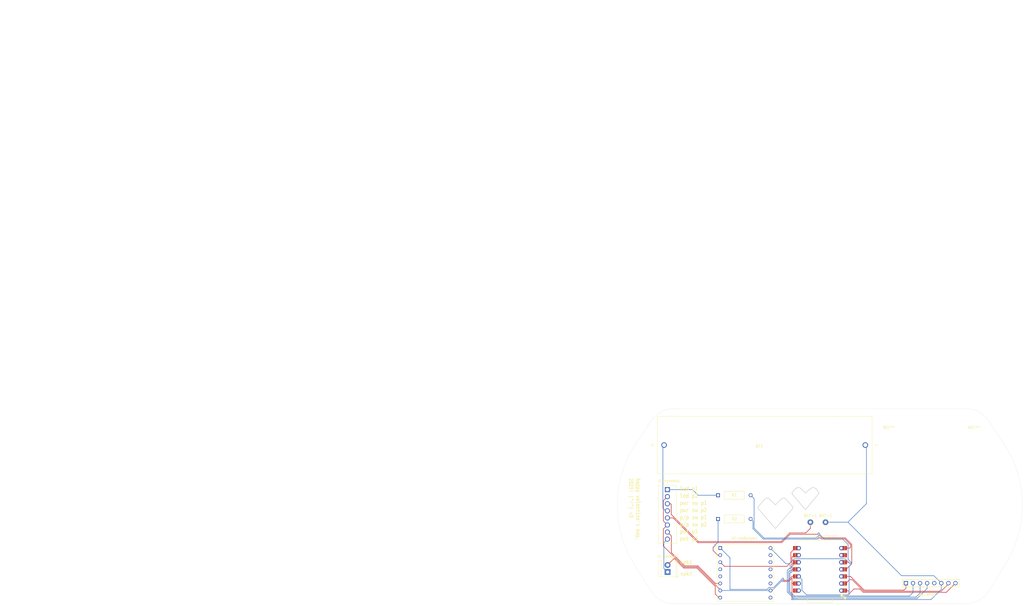
<source format=kicad_pcb>
(kicad_pcb (version 20240108) (generator "pcbnew") (generator_version "8.0")
  (layers (0 "F.Cu" signal) (31 "B.Cu" signal) (34 "B.Paste" user) (35 "F.Paste" user) (36 "B.SilkS" user "B.Silkscreen") (37 "F.SilkS" user "F.Silkscreen") (38 "B.Mask" user) (39 "F.Mask" user) (44 "Edge.Cuts" user))
  (net 0 "")
  (net 1 "GND")
  (net 2 "/POTP1")
  (net 3 "Net-(J1-speaker1-Pin_2)")
  (net 4 "/POTP2")
  (net 6 "Net-(U1-microcontroller1-GPIO21_D3)")
  (net 7 "Net-(U2-mp3player1-RX)")
  (net 8 "/TX_to_RX")
  (net 9 "/RX_to_TX")
  (net 10 "/GPIO")
  (net 11 "/MOSI")
  (net 12 "/RST")
  (net 13 "/SCK")
  (net 14 "/MISO")
  (net 15 "/SS")
  (net 25 "/SW1P2")
  (net 26 "/SW1P1")
  (net 27 "/SW2P1")
  (net 30 "/LED1")
  (net 31 "+3.3V")
  (footprint "DFR0299:MODULE_DFR0299" (layer "F.Cu") (at 130.483 128.89)
    (property "Reference" "U2-mp3player1" (at -0.3002 -12.471 0) (layer "F.SilkS") (effects (font (size 0.8001 0.8001))))
    (property "Value" "DFR0299")
    (fp_line (start -10.16 -10.16) (end 10.16 -10.16) (stroke (width 0.127)) (layer "F.SilkS"))
    (fp_line (start -10.16 10.16) (end -10.16 -10.16) (stroke (width 0.127)) (layer "F.SilkS"))
    (fp_line (start 10.16 -10.16) (end 10.16 10.16) (stroke (width 0.127)) (layer "F.SilkS"))
    (fp_line (start 10.16 10.16) (end -10.16 10.16) (stroke (width 0.127)) (layer "F.SilkS"))
    (fp_circle (center -10.8 -8.89) (end -10.7 -8.89) (stroke (width 0.2)) (fill none) (layer "F.SilkS"))
    (pad "1" thru_hole rect (at -9.017 -8.89) (size 1.308 1.308) (drill 0.8) (layers "*.Cu" "*.Mask") (net 31 "+3.3V"))
    (pad "2" thru_hole circle (at -9.017 -6.35) (size 1.308 1.308) (drill 0.8) (layers "*.Cu" "*.Mask") (net 7 "Net-(U2-mp3player1-RX)"))
    (pad "3" thru_hole circle (at -9.017 -3.81) (size 1.308 1.308) (drill 0.8) (layers "*.Cu" "*.Mask") (net 9 "/RX_to_TX"))
    (pad "4" thru_hole circle (at -9.017 -1.27) (size 1.308 1.308) (drill 0.8) (layers "*.Cu" "*.Mask"))
    (pad "5" thru_hole circle (at -9.017 1.27) (size 1.308 1.308) (drill 0.8) (layers "*.Cu" "*.Mask"))
    (pad "6" thru_hole circle (at -9.017 3.81) (size 1.308 1.308) (drill 0.8) (layers "*.Cu" "*.Mask") (net 4 "/POTP2"))
    (pad "7" thru_hole circle (at -9.017 6.35) (size 1.308 1.308) (drill 0.8) (layers "*.Cu" "*.Mask") (net 1 "GND"))
    (pad "8" thru_hole circle (at -9.017 8.89) (size 1.308 1.308) (drill 0.8) (layers "*.Cu" "*.Mask") (net 3 "Net-(J1-speaker1-Pin_2)"))
    (pad "9" thru_hole circle (at 9.017 8.89) (size 1.308 1.308) (drill 0.8) (layers "*.Cu" "*.Mask"))
    (pad "10" thru_hole circle (at 9.017 6.35) (size 1.308 1.308) (drill 0.8) (layers "*.Cu" "*.Mask") (net 1 "GND"))
    (pad "11" thru_hole circle (at 9.017 3.81) (size 1.308 1.308) (drill 0.8) (layers "*.Cu" "*.Mask"))
    (pad "12" thru_hole circle (at 9.017 1.27) (size 1.308 1.308) (drill 0.8) (layers "*.Cu" "*.Mask"))
    (pad "13" thru_hole circle (at 9.017 -1.27) (size 1.308 1.308) (drill 0.8) (layers "*.Cu" "*.Mask"))
    (pad "14" thru_hole circle (at 9.017 -3.81) (size 1.308 1.308) (drill 0.8) (layers "*.Cu" "*.Mask"))
    (pad "15" thru_hole circle (at 9.017 -6.35) (size 1.308 1.308) (drill 0.8) (layers "*.Cu" "*.Mask"))
    (pad "16" thru_hole circle (at 9.017 -8.89) (size 1.308 1.308) (drill 0.8) (layers "*.Cu" "*.Mask") (net 10 "/GPIO"))
  )
  (footprint "TestPoint:TestPoint_THTPad_D2.0mm_Drill1.0mm" (layer "F.Cu") (at 153.8048 110.7294)
    (property "Reference" "BAT+1" (at 0.0254 -2.3622 0) (layer "F.SilkS"))
    (property "Value" "TestPoint")
    (fp_circle (center 0 0) (end 0 1.2) (stroke (width 0.12)) (fill none) (layer "F.SilkS"))
    (pad "1" thru_hole circle (at 0 0) (size 2 2) (drill 1) (layers "*.Cu" "*.Mask") (net 26 "/SW1P1"))
  )
  (footprint "282834-8:TE_282834-8" (layer "F.Cu") (at 102.4968 107.91 -90)
    (property "Reference" "J2-controls1" (at -12 -0.5 0) (layer "F.SilkS") (effects (font (size 0.8001 0.8001))))
    (property "Value" "Screw_Terminal_01x08")
    (fp_line (start -10.39 3.25) (end -10.39 -3.25) (stroke (width 0.127)) (layer "F.SilkS"))
    (fp_line (start 10.39 3.25) (end -10.39 3.25) (stroke (width 0.127)) (layer "F.SilkS"))
    (fp_line (start -10.39 -3.25) (end 10.39 -3.25) (stroke (width 0.127)) (layer "F.SilkS"))
    (fp_line (start 10.39 -3.25) (end 10.39 3.25) (stroke (width 0.127)) (layer "F.SilkS"))
    (fp_circle (center -11.14 0) (end -11.04 0) (stroke (width 0.2)) (fill none) (layer "F.SilkS"))
    (pad "1" thru_hole rect (at -8.89 0 270) (size 1.8 1.8) (drill 1.2) (layers "*.Cu" "*.Mask") (net 30 "/LED1"))
    (pad "2" thru_hole circle (at -6.35 0 270) (size 1.8 1.8) (drill 1.2) (layers "*.Cu" "*.Mask") (net 1 "GND"))
    (pad "3" thru_hole circle (at -3.81 0 270) (size 1.8 1.8) (drill 1.2) (layers "*.Cu" "*.Mask") (net 26 "/SW1P1"))
    (pad "4" thru_hole circle (at -1.27 0 270) (size 1.8 1.8) (drill 1.2) (layers "*.Cu" "*.Mask") (net 25 "/SW1P2"))
    (pad "5" thru_hole circle (at 1.27 0 270) (size 1.8 1.8) (drill 1.2) (layers "*.Cu" "*.Mask") (net 27 "/SW2P1"))
    (pad "6" thru_hole circle (at 3.81 0 270) (size 1.8 1.8) (drill 1.2) (layers "*.Cu" "*.Mask") (net 1 "GND"))
    (pad "7" thru_hole circle (at 6.35 0 270) (size 1.8 1.8) (drill 1.2) (layers "*.Cu" "*.Mask") (net 4 "/POTP2"))
    (pad "8" thru_hole circle (at 8.89 0 270) (size 1.8 1.8) (drill 1.2) (layers "*.Cu" "*.Mask") (net 2 "/POTP1"))
  )
  (footprint "TerminalBlock_TE-Connectivity:TerminalBlock_TE_282834-2_1x02_P2.54mm_Horizontal" (layer "F.Cu") (at 102.573 128.611 90)
    (property "Reference" "J1-speaker1" (at 5.6642 0.127 180) (layer "F.SilkS") (effects (font (size 0.8001 0.8001))))
    (property "Value" "Screw_Terminal_01x02")
    (fp_line (start 4.16 -3.37) (end 4.16 3.37) (stroke (width 0.12)) (layer "F.SilkS"))
    (fp_line (start -1.62 -3.37) (end 4.16 -3.37) (stroke (width 0.12)) (layer "F.SilkS"))
    (fp_line (start -1.62 -3.37) (end -1.62 3.37) (stroke (width 0.12)) (layer "F.SilkS"))
    (fp_line (start -1.62 -2.25) (end 4.16 -2.25) (stroke (width 0.12)) (layer "F.SilkS"))
    (fp_line (start -1.62 2.85) (end 4.16 2.85) (stroke (width 0.12)) (layer "F.SilkS"))
    (fp_line (start -1.86 2.97) (end -1.86 3.61) (stroke (width 0.12)) (layer "F.SilkS"))
    (fp_line (start -1.62 3.37) (end 4.16 3.37) (stroke (width 0.12)) (layer "F.SilkS"))
    (fp_line (start -1.86 3.61) (end -1.46 3.61) (stroke (width 0.12)) (layer "F.SilkS"))
    (pad "1" thru_hole rect (at 0 0 90) (size 2.1 2.1) (drill 1.1) (layers "*.Cu" "*.Mask") (net 2 "/POTP1"))
    (pad "2" thru_hole circle (at 2.54 0 90) (size 2.1 2.1) (drill 1.1) (layers "*.Cu" "*.Mask") (net 3 "Net-(J1-speaker1-Pin_2)"))
  )
  (footprint "MountingHole:MountingHole_2.2mm_M2" (layer "F.Cu") (at 182 80)
    (property "Reference" "REF**" (at 0 -3.2 0) (layer "F.SilkS"))
    (property "Value" "MountingHole_2.2mm_M2")
    (pad "" np_thru_hole circle (at 0 0) (size 2.2 2.2) (drill 2.2) (layers "*.Cu" "*.Mask"))
  )
  (footprint "footprints:YAG_MF25_YAG" (layer "F.Cu") (at 120.6832 109.552)
    (property "Reference" "R2" (at 5.842 0 0) (layer "F.SilkS"))
    (property "Value" "1K")
    (fp_line (start 2.3114 -1.4351) (end 2.3114 1.4351) (stroke (width 0.1524)) (layer "F.SilkS"))
    (fp_line (start 2.3114 1.4351) (end 9.3726 1.4351) (stroke (width 0.1524)) (layer "F.SilkS"))
    (fp_line (start 9.3726 -1.4351) (end 2.3114 -1.4351) (stroke (width 0.1524)) (layer "F.SilkS"))
    (fp_line (start 9.3726 1.4351) (end 9.3726 -1.4351) (stroke (width 0.1524)) (layer "F.SilkS"))
    (pad "1" thru_hole rect (at 0 0) (size 1.3716 1.3716) (drill 0.8636) (layers "*.Cu" "*.Mask") (net 7 "Net-(U2-mp3player1-RX)"))
    (pad "2" thru_hole circle (at 11.684 0) (size 1.3716 1.3716) (drill 0.8636) (layers "*.Cu" "*.Mask") (net 8 "/TX_to_RX"))
  )
  (footprint "MountingHole:MountingHole_2.2mm_M2" (layer "F.Cu") (at 212.5 80)
    (property "Reference" "REF**" (at 0 -3.2 0) (layer "F.SilkS"))
    (property "Value" "MountingHole_2.2mm_M2")
    (pad "" np_thru_hole circle (at 0 0) (size 2.2 2.2) (drill 2.2) (layers "*.Cu" "*.Mask"))
  )
  (footprint "ESP32C6-DIP:XIAO-ESP32C6-DIP" (layer "F.Cu") (at 157.2184 127.6415 180)
    (property "Reference" "U1-microcontroller1" (at -0.1424 11.9591 0) (layer "F.SilkS") (effects (font (size 0.8001 0.8001) (thickness 0.1016))))
    (property "Value" "XIAO-ESP32-S6-SMD")
    (fp_line (start 8.845 8.509) (end 8.845 -8.636) (stroke (width 0.127)) (layer "F.SilkS"))
    (fp_line (start 6.94 -10.541) (end -7.03 -10.541) (stroke (width 0.1)) (layer "F.SilkS"))
    (fp_line (start 6.94 -10.541) (end -7.03 -10.541) (stroke (width 0.127)) (layer "F.SilkS"))
    (fp_line (start 4.459 -11.551) (end 4.459 -10.541) (stroke (width 0.127)) (layer "F.SilkS"))
    (fp_line (start -4.036272 -12.051) (end 3.959 -12.051) (stroke (width 0.127)) (layer "F.SilkS"))
    (fp_line (start -4.54 -10.541) (end -4.536272 -11.551272) (stroke (width 0.127)) (layer "F.SilkS"))
    (fp_line (start -7.03 10.414) (end 6.94 10.414) (stroke (width 0.127)) (layer "F.SilkS"))
    (fp_line (start -8.935 8.509) (end -8.935 -8.636) (stroke (width 0.127)) (layer "F.SilkS"))
    (fp_arc (start 8.845 8.509) (mid 8.287038 9.856038) (end 6.94 10.414) (stroke (width 0.127)) (layer "F.SilkS"))
    (fp_arc (start 6.94 -10.541) (mid 8.287038 -9.983038) (end 8.845 -8.636) (stroke (width 0.127)) (layer "F.SilkS"))
    (fp_arc (start 3.959 -12.051) (mid 4.312553 -11.904553) (end 4.459 -11.551) (stroke (width 0.127)) (layer "F.SilkS"))
    (fp_arc (start -4.536272 -11.551272) (mid -4.389724 -11.904644) (end -4.036272 -12.051) (stroke (width 0.127)) (layer "F.SilkS"))
    (fp_arc (start -7.03 10.414) (mid -8.377038 9.856038) (end -8.935 8.509) (stroke (width 0.127)) (layer "F.SilkS"))
    (fp_arc (start -8.935 -8.636) (mid -8.377038 -9.983038) (end -7.03 -10.541) (stroke (width 0.127)) (layer "F.SilkS"))
    (fp_circle (center -7.852 -9.42) (end -7.852 -9.674) (stroke (width 0.5)) (fill solid) (layer "F.SilkS"))
    (fp_circle (center -8.995 -10.3) (end -8.995 -10.554) (stroke (width 0.5)) (fill solid) (layer "F.SilkS"))
    (pad "1" smd roundrect (at -8.5 -7.62) (size 2.432 1.524) (layers "F.Cu" "F.Mask") (roundrect_rratio 0.1) (net 27 "/SW2P1"))
    (pad "1" thru_hole circle (at -7.665 -7.62) (size 1.524 1.524) (drill 0.889) (layers "*.Cu" "*.Mask") (net 27 "/SW2P1"))
    (pad "2" smd roundrect (at -8.5 -5.08) (size 2.432 1.524) (layers "F.Cu" "F.Mask") (roundrect_rratio 0.1) (net 12 "/RST"))
    (pad "2" thru_hole circle (at -7.665 -5.08) (size 1.524 1.524) (drill 0.889) (layers "*.Cu" "*.Mask") (net 12 "/RST"))
    (pad "3" smd roundrect (at -8.5 -2.54) (size 2.432 1.524) (layers "F.Cu" "F.Mask") (roundrect_rratio 0.1) (net 15 "/SS"))
    (pad "3" thru_hole circle (at -7.665 -2.54) (size 1.524 1.524) (drill 0.889) (layers "*.Cu" "*.Mask") (net 15 "/SS"))
    (pad "4" smd roundrect (at -8.5 0) (size 2.432 1.524) (layers "F.Cu" "F.Mask") (roundrect_rratio 0.1) (net 6 "Net-(U1-microcontroller1-GPIO21_D3)"))
    (pad "4" thru_hole circle (at -7.665 0) (size 1.524 1.524) (drill 0.889) (layers "*.Cu" "*.Mask") (net 6 "Net-(U1-microcontroller1-GPIO21_D3)"))
    (pad "5" smd roundrect (at -8.5 2.54) (size 2.432 1.524) (layers "F.Cu" "F.Mask") (roundrect_rratio 0.1) (net 10 "/GPIO"))
    (pad "5" thru_hole circle (at -7.665 2.54) (size 1.524 1.524) (drill 0.889) (layers "*.Cu" "*.Mask") (net 10 "/GPIO"))
    (pad "6" smd roundrect (at -8.5 5.08) (size 2.432 1.524) (layers "F.Cu" "F.Mask") (roundrect_rratio 0.1))
    (pad "6" thru_hole circle (at -7.665 5.08) (size 1.524 1.524) (drill 0.889) (layers "*.Cu" "*.Mask"))
    (pad "7" smd roundrect (at -8.5 7.62) (size 2.432 1.524) (layers "F.Cu" "F.Mask") (roundrect_rratio 0.1) (net 8 "/TX_to_RX"))
    (pad "7" thru_hole circle (at -7.665 7.62) (size 1.524 1.524) (drill 0.889) (layers "*.Cu" "*.Mask") (net 8 "/TX_to_RX"))
    (pad "8" thru_hole circle (at 7.575 7.62 180) (size 1.524 1.524) (drill 0.889) (layers "*.Cu" "*.Mask") (net 9 "/RX_to_TX"))
    (pad "8" smd roundrect (at 8.41 7.62 180) (size 2.432 1.524) (layers "F.Cu" "F.Mask") (roundrect_rratio 0.1) (net 9 "/RX_to_TX"))
    (pad "9" thru_hole circle (at 7.575 5.08 180) (size 1.524 1.524) (drill 0.889) (layers "*.Cu" "*.Mask") (net 13 "/SCK"))
    (pad "9" smd roundrect (at 8.41 5.08 180) (size 2.432 1.524) (layers "F.Cu" "F.Mask") (roundrect_rratio 0.1) (net 13 "/SCK"))
    (pad "10" thru_hole circle (at 7.575 2.54 180) (size 1.524 1.524) (drill 0.889) (layers "*.Cu" "*.Mask") (net 14 "/MISO"))
    (pad "10" smd roundrect (at 8.41 2.54 180) (size 2.432 1.524) (layers "F.Cu" "F.Mask") (roundrect_rratio 0.1) (net 14 "/MISO"))
    (pad "11" thru_hole circle (at 7.575 0 180) (size 1.524 1.524) (drill 0.889) (layers "*.Cu" "*.Mask") (net 11 "/MOSI"))
    (pad "11" smd roundrect (at 8.41 0 180) (size 2.432 1.524) (layers "F.Cu" "F.Mask") (roundrect_rratio 0.1) (net 11 "/MOSI"))
    (pad "12" thru_hole circle (at 7.575 -2.54 180) (size 1.524 1.524) (drill 0.889) (layers "*.Cu" "*.Mask") (net 31 "+3.3V"))
    (pad "12" smd roundrect (at 8.41 -2.54 180) (size 2.432 1.524) (layers "F.Cu" "F.Mask") (roundrect_rratio 0.1) (net 31 "+3.3V"))
    (pad "13" thru_hole circle (at 7.575 -5.08 180) (size 1.524 1.524) (drill 0.889) (layers "*.Cu" "*.Mask") (net 1 "GND"))
    (pad "13" smd roundrect (at 8.41 -5.08 180) (size 2.432 1.524) (layers "F.Cu" "F.Mask") (roundrect_rratio 0.1) (net 1 "GND"))
    (pad "14" thru_hole circle (at 7.575 -7.62 180) (size 1.524 1.524) (drill 0.889) (layers "*.Cu" "*.Mask"))
    (pad "14" smd roundrect (at 8.41 -7.62 180) (size 2.432 1.524) (layers "F.Cu" "F.Mask") (roundrect_rratio 0.1))
  )
  (footprint "MountingHole:MountingHole_3.2mm_M3" (layer "F.Cu") (at 221 89.5)
    (property "Reference" "REF**" (hide yes))
    (property "Value" "MountingHole_3.2mm_M3")
    (pad "" np_thru_hole circle (at 0 0) (size 3.2 3.2) (drill 3.2) (layers "*.Cu" "*.Mask"))
  )
  (footprint "MountingHole:MountingHole_3.2mm_M3" (layer "F.Cu") (at 93.5 89.5)
    (property "Reference" "REF**" (hide yes))
    (property "Value" "MountingHole_3.2mm_M3")
    (pad "" np_thru_hole circle (at 0 0) (size 3.2 3.2) (drill 3.2) (layers "*.Cu" "*.Mask"))
  )
  (footprint "footprints:YAG_MF25_YAG" (layer "F.Cu") (at 120.6832 101.052)
    (property "Reference" "R1" (at 5.842 0 0) (layer "F.SilkS"))
    (property "Value" "470")
    (fp_line (start 2.3114 -1.4351) (end 2.3114 1.4351) (stroke (width 0.1524)) (layer "F.SilkS"))
    (fp_line (start 2.3114 1.4351) (end 9.3726 1.4351) (stroke (width 0.1524)) (layer "F.SilkS"))
    (fp_line (start 9.3726 -1.4351) (end 2.3114 -1.4351) (stroke (width 0.1524)) (layer "F.SilkS"))
    (fp_line (start 9.3726 1.4351) (end 9.3726 -1.4351) (stroke (width 0.1524)) (layer "F.SilkS"))
    (pad "1" thru_hole rect (at 0 0) (size 1.3716 1.3716) (drill 0.8636) (layers "*.Cu" "*.Mask") (net 30 "/LED1"))
    (pad "2" thru_hole circle (at 11.684 0) (size 1.3716 1.3716) (drill 0.8636) (layers "*.Cu" "*.Mask") (net 6 "Net-(U1-microcontroller1-GPIO21_D3)"))
  )
  (footprint "MountingHole:MountingHole_3.2mm_M3" (layer "F.Cu") (at 221 122)
    (property "Reference" "REF**" (hide yes))
    (property "Value" "MountingHole_3.2mm_M3")
    (pad "" np_thru_hole circle (at 0 0) (size 3.2 3.2) (drill 3.2) (layers "*.Cu" "*.Mask"))
  )
  (footprint "MountingHole:MountingHole_3.2mm_M3" (layer "F.Cu") (at 93.5 122)
    (property "Reference" "REF**" (hide yes))
    (property "Value" "MountingHole_3.2mm_M3")
    (pad "" np_thru_hole circle (at 0 0) (size 3.2 3.2) (drill 3.2) (layers "*.Cu" "*.Mask"))
  )
  (footprint "RFID-RC522:RFID-RC522" (layer "F.Cu") (at 196.9848 132.5988)
    (property "Reference" "M1-RFID1" (at -1.1176 4.2418 0) (layer "F.SilkS") (effects (font (size 0.8001 0.8001))))
    (property "Value" "RFID-RC522")
    (property "VALUE" "" (hide yes))
    (fp_line (start -10.1854 -1.2954) (end 10.1854 -1.2954) (stroke (width 0.2032)) (layer "F.SilkS"))
    (fp_line (start -10.1854 1.2954) (end -10.1854 -1.2954) (stroke (width 0.2032)) (layer "F.SilkS"))
    (fp_line (start 10.1854 -1.2954) (end 10.1854 1.2954) (stroke (width 0.2032)) (layer "F.SilkS"))
    (fp_line (start 10.1854 1.2954) (end -10.1854 1.2954) (stroke (width 0.2032)) (layer "F.SilkS"))
    (pad "1" thru_hole rect (at -8.89 0) (size 1.508 1.508) (drill 1) (layers "*.Cu" "*.Mask") (net 15 "/SS"))
    (pad "2" thru_hole circle (at -6.35 0) (size 1.508 1.508) (drill 1) (layers "*.Cu" "*.Mask") (net 13 "/SCK"))
    (pad "3" thru_hole circle (at -3.81 0) (size 1.508 1.508) (drill 1) (layers "*.Cu" "*.Mask") (net 11 "/MOSI"))
    (pad "4" thru_hole circle (at -1.27 0) (size 1.508 1.508) (drill 1) (layers "*.Cu" "*.Mask") (net 14 "/MISO"))
    (pad "5" thru_hole circle (at 1.27 0) (size 1.508 1.508) (drill 1) (layers "*.Cu" "*.Mask"))
    (pad "6" thru_hole circle (at 3.81 0) (size 1.508 1.508) (drill 1) (layers "*.Cu" "*.Mask") (net 1 "GND"))
    (pad "7" thru_hole circle (at 6.35 0) (size 1.508 1.508) (drill 1) (layers "*.Cu" "*.Mask") (net 12 "/RST"))
    (pad "8" thru_hole circle (at 8.89 0) (size 1.508 1.508) (drill 1) (layers "*.Cu" "*.Mask") (net 31 "+3.3V"))
  )
  (footprint "BAT_1043:BAT_1043" (layer "F.Cu") (at 137.413 83.0434 180)
    (property "Reference" "BT1" (at 1.913 -0.4566 0) (layer "F.SilkS"))
    (property "Value" "1043")
    (fp_line (start 40.25 0.75) (end 40.25 -0.75) (stroke (width 0.127)) (layer "F.SilkS"))
    (fp_line (start 39.5 0) (end 41 0) (stroke (width 0.127)) (layer "F.SilkS"))
    (fp_line (start 38.525 10.325) (end 38.525 -10.325) (stroke (width 0.127)) (layer "F.SilkS"))
    (fp_line (start 38.525 -10.325) (end -38.525 -10.325) (stroke (width 0.127)) (layer "F.SilkS"))
    (fp_line (start -38.525 10.325) (end 38.525 10.325) (stroke (width 0.127)) (layer "F.SilkS"))
    (fp_line (start -38.525 -10.325) (end -38.525 10.325) (stroke (width 0.127)) (layer "F.SilkS"))
    (fp_line (start -39.5 0) (end -41 0) (stroke (width 0.127)) (layer "F.SilkS"))
    (pad "" np_thru_hole circle (at -27.29 7.87 180) (size 3.55 3.55) (drill 3.55) (layers "*.Cu" "*.Mask"))
    (pad "" np_thru_hole circle (at 27.91 -7.87 180) (size 3.55 3.55) (drill 3.55) (layers "*.Cu" "*.Mask"))
    (pad "" np_thru_hole circle (at 36.11 7.87 180) (size 2.39 2.39) (drill 2.39) (layers "*.Cu" "*.Mask"))
    (pad "N" thru_hole circle (at -36.11 0 180) (size 1.98 1.98) (drill 1.32) (layers "*.Cu" "*.Mask") (net 1 "GND"))
    (pad "P" thru_hole circle (at 36.11 0 180) (size 1.98 1.98) (drill 1.32) (layers "*.Cu" "*.Mask") (net 25 "/SW1P2"))
  )
  (footprint "TestPoint:TestPoint_THTPad_D2.0mm_Drill1.0mm" (layer "F.Cu") (at 159.2404 110.7294)
    (property "Reference" "BAT-1" (at 0.0254 -2.3622 0) (layer "F.SilkS"))
    (property "Value" "TestPoint")
    (fp_circle (center 0 0) (end 0 1.2) (stroke (width 0.12)) (fill none) (layer "F.SilkS"))
    (pad "1" thru_hole circle (at 0 0) (size 2 2) (drill 1) (layers "*.Cu" "*.Mask") (net 1 "GND"))
  )
  (gr_arc (start 137.356089 102.521612) (mid 138.269599 102.088616) (end 139.209888 102.459888) (stroke (width 0.2)) (layer "Edge.Cuts"))
  (gr_arc (start 217.932316 135.265033) (mid 214.296263 138.736422) (end 209.430585 139.999987) (stroke (width 0.05)) (layer "Edge.Cuts"))
  (gr_line (start 139.209888 102.459888) (end 141.25 104.5) (stroke (width 0.2)) (layer "Edge.Cuts"))
  (gr_line (start 217.963119 74.503231) (end 223.245789 82.531627) (stroke (width 0.05)) (layer "Edge.Cuts"))
  (gr_arc (start 135.112159 105.917876) (mid 134.957021 105.500492) (end 135.114136 105.083845) (stroke (width 0.2)) (layer "Edge.Cuts"))
  (gr_arc (start 223.245789 82.531627) (mid 229.875567 104.071228) (end 223.80871 125.776104) (stroke (width 0.05)) (layer "Edge.Cuts"))
  (gr_line (start 147.410045 99.839955) (end 148.601975 98.648025) (stroke (width 0.2)) (layer "Edge.Cuts"))
  (gr_arc (start 90.589583 125.801504) (mid 84.522725 104.096628) (end 91.152504 82.557027) (stroke (width 0.05)) (layer "Edge.Cuts"))
  (gr_arc (start 147.371238 100.695485) (mid 147.224711 100.260193) (end 147.410045 99.839955) (stroke (width 0.2)) (layer "Edge.Cuts"))
  (gr_arc (start 209.609345 70) (mid 214.35445 71.197526) (end 217.963119 74.503231) (stroke (width 0.05)) (layer "Edge.Cuts"))
  (gr_arc (start 143.290113 102.459887) (mid 144.230401 102.088617) (end 145.143911 102.521612) (stroke (width 0.2)) (layer "Edge.Cuts"))
  (gr_arc (start 156.676097 99.845122) (mid 156.815213 100.248152) (end 156.668067 100.64832) (stroke (width 0.2)) (layer "Edge.Cuts"))
  (gr_line (start 96.489308 74.484939) (end 91.152504 82.557027) (stroke (width 0.05)) (layer "Edge.Cuts"))
  (gr_arc (start 105 140) (mid 100.150285 138.745304) (end 96.517556 135.296061) (stroke (width 0.05)) (layer "Edge.Cuts"))
  (gr_line (start 152 106.25) (end 147.371238 100.695485) (stroke (width 0.2)) (layer "Edge.Cuts"))
  (gr_line (start 145.143911 102.521612) (end 147.385864 105.083845) (stroke (width 0.2)) (layer "Edge.Cuts"))
  (gr_line (start 209.430585 140) (end 105 140) (stroke (width 0.05)) (layer "Edge.Cuts"))
  (gr_line (start 141.25 104.5) (end 143.290113 102.459887) (stroke (width 0.2)) (layer "Edge.Cuts"))
  (gr_line (start 150.398026 98.648026) (end 152 100.25) (stroke (width 0.2)) (layer "Edge.Cuts"))
  (gr_arc (start 96.4881 74.484141) (mid 100.16945 71.151351) (end 105 70) (stroke (width 0.05)) (layer "Edge.Cuts"))
  (gr_line (start 90.589583 125.801504) (end 96.517561 135.296058) (stroke (width 0.05)) (layer "Edge.Cuts"))
  (gr_line (start 147.387841 105.917876) (end 141.25 113) (stroke (width 0.2)) (layer "Edge.Cuts"))
  (gr_line (start 152 100.25) (end 154.004651 98.579457) (stroke (width 0.2)) (layer "Edge.Cuts"))
  (gr_line (start 105 70) (end 209.609345 70) (stroke (width 0.05)) (layer "Edge.Cuts"))
  (gr_line (start 155.809388 98.761735) (end 156.676097 99.845122) (stroke (width 0.2)) (layer "Edge.Cuts"))
  (gr_line (start 156.668067 100.64832) (end 152 106.25) (stroke (width 0.2)) (layer "Edge.Cuts"))
  (gr_arc (start 148.601975 98.648025) (mid 149.500001 98.276066) (end 150.398026 98.648026) (stroke (width 0.2)) (layer "Edge.Cuts"))
  (gr_line (start 223.80871 125.776104) (end 217.932316 135.265033) (stroke (width 0.05)) (layer "Edge.Cuts"))
  (gr_line (start 141.25 113) (end 135.112159 105.917876) (stroke (width 0.2)) (layer "Edge.Cuts"))
  (gr_arc (start 154.004651 98.579457) (mid 154.945311 98.291516) (end 155.809388 98.761735) (stroke (width 0.2)) (layer "Edge.Cuts"))
  (gr_arc (start 147.385864 105.083845) (mid 147.542976 105.50049) (end 147.387841 105.917876) (stroke (width 0.2)) (layer "Edge.Cuts"))
  (gr_line (start 135.114136 105.083845) (end 137.356089 102.521612) (stroke (width 0.2)) (layer "Edge.Cuts"))
  (gr_text "happy valentine's day,\n2025! (^▽^) <3" (at 88.5 95 270) (layer "F.SilkS") (effects (font (size 1.5 1.2) (thickness 0.275) (bold yes)) (justify left bottom)))
  (gr_text "spk1 \n\nspk2" (at 107.1196 124.3184 0) (layer "F.SilkS") (effects (font (size 1.27 1.27) (thickness 0.03175) (bold yes)) (justify left top)))
  (gr_text "led p1\nled p2\npwr sw p1\npwr sw p2\np/p sw p1\np/p sw p2\npot p1\npot p3" (at 106.9968 97.91 0) (layer "F.SilkS") (effects (font (size 1.524 1.27) (thickness 0.3) (bold yes)) (justify left top)))
  (segment (start 147.2516 132.6961) (end 147.2262 132.7215) (width 0.2) (layer "F.Cu") (net 1))
  (segment (start 147.214149 132.760249) (end 147.252898 132.7215) (width 0.2) (layer "F.Cu") (net 1))
  (segment (start 113.2664 126.7822) (end 121.466 134.9818) (width 0.2) (layer "F.Cu") (net 1))
  (segment (start 102.4968 111.72) (end 101.0236 113.1932) (width 0.2) (layer "F.Cu") (net 1))
  (segment (start 101.0744 110.2976) (end 102.4968 111.72) (width 0.2) (layer "F.Cu") (net 1))
  (segment (start 101.0236 113.1932) (end 101.0236 119.270686) (width 0.2) (layer "F.Cu") (net 1))
  (segment (start 147.2008 130.7954) (end 145.979141 132.017059) (width 0.2) (layer "F.Cu") (net 1))
  (segment (start 144.184399 131.793356) (end 143.901555 131.793356) (width 0.2) (layer "F.Cu") (net 1))
  (segment (start 147.2008 132.6961) (end 147.2008 130.7954) (width 0.2) (layer "F.Cu") (net 1))
  (segment (start 105.177086 123.4104) (end 108.548886 126.7822) (width 0.2) (layer "F.Cu") (net 1))
  (segment (start 121.466 134.9818) (end 121.466 135.24) (width 0.2) (layer "F.Cu") (net 1))
  (segment (start 101.0744 102.9824) (end 101.0744 110.2976) (width 0.2) (layer "F.Cu") (net 1))
  (segment (start 108.548886 126.7822) (end 113.2664 126.7822) (width 0.2) (layer "F.Cu") (net 1))
  (segment (start 149.325 132.69) (end 149.335 132.7) (width 0.2) (layer "F.Cu") (net 1))
  (segment (start 145.979141 132.017059) (end 144.408102 132.017059) (width 0.2) (layer "F.Cu") (net 1))
  (segment (start 147.252898 132.7215) (end 148.8084 132.7215) (width 0.2) (layer "F.Cu") (net 1))
  (segment (start 102.4968 101.56) (end 101.0744 102.9824) (width 0.2) (layer "F.Cu") (net 1))
  (segment (start 101.0236 119.270686) (end 105.163314 123.4104) (width 0.2) (layer "F.Cu") (net 1))
  (segment (start 144.408102 132.017059) (end 144.184399 131.793356) (width 0.2) (layer "F.Cu") (net 1))
  (segment (start 148.5513 132.7215) (end 149.6434 132.7215) (width 0.2) (layer "F.Cu") (net 1))
  (segment (start 147.214149 138.376651) (end 147.214149 132.760249) (width 0.2) (layer "F.Cu") (net 1))
  (segment (start 105.163314 123.4104) (end 105.177086 123.4104) (width 0.2) (layer "F.Cu") (net 1))
  (via (at 143.901555 131.793356) (size 0.6) (drill 0.3) (layers "F.Cu" "B.Cu") (net 1))
  (via (at 147.264949 138.376651) (size 0.6) (drill 0.3) (layers "F.Cu" "B.Cu") (net 1))
  (segment (start 147.264949 138.376651) (end 147.373498 138.4852) (width 0.2) (layer "B.Cu") (net 1))
  (segment (start 159.2404 110.7294) (end 167.2668 110.7294) (width 0.2) (layer "B.Cu") (net 1))
  (segment (start 147.373498 138.4852) (end 197.1182 138.4852) (width 0.2) (layer "B.Cu") (net 1))
  (segment (start 198.1278 129.9318) (end 200.7948 132.5988) (width 0.2) (layer "B.Cu") (net 1))
  (segment (start 140.0638 135.24) (end 139.5 135.24) (width 0.2) (layer "B.Cu") (net 1))
  (segment (start 143.901555 131.793356) (end 143.510444 131.793356) (width 0.2) (layer "B.Cu") (net 1))
  (segment (start 200.7948 134.8086) (end 200.7948 132.5988) (width 0.2) (layer "B.Cu") (net 1))
  (segment (start 143.510444 131.793356) (end 140.0638 135.24) (width 0.2) (layer "B.Cu") (net 1))
  (segment (start 173.9216 83.442) (end 173.523 83.0434) (width 0.2) (layer "B.Cu") (net 1))
  (segment (start 167.2668 110.7294) (end 173.9216 104.0746) (width 0.2) (layer "B.Cu") (net 1))
  (segment (start 197.1182 138.4852) (end 200.7948 134.8086) (width 0.2) (layer "B.Cu") (net 1))
  (segment (start 186.52 129.9318) (end 198.1278 129.9318) (width 0.2) (layer "B.Cu") (net 1))
  (segment (start 173.9216 104.0746) (end 173.9216 83.442) (width 0.2) (layer "B.Cu") (net 1))
  (segment (start 167.2922 110.704) (end 186.52 129.9318) (width 0.2) (layer "B.Cu") (net 1))
  (segment (start 121.466 135.24) (end 139.5 135.24) (width 0.2) (layer "B.Cu") (net 1))
  (segment (start 101.223 127.261) (end 101.223 118.0738) (width 0.2) (layer "B.Cu") (net 2))
  (segment (start 102.573 128.611) (end 101.223 127.261) (width 0.2) (layer "B.Cu") (net 2))
  (segment (start 101.223 118.0738) (end 102.4968 116.8) (width 0.2) (layer "B.Cu") (net 2))
  (segment (start 104.8336 123.8104) (end 105.0114 123.8104) (width 0.2) (layer "F.Cu") (net 3))
  (segment (start 119.6672 133.748686) (end 119.6672 136.515729) (width 0.2) (layer "F.Cu") (net 3))
  (segment (start 119.6672 136.515729) (end 120.931471 137.78) (width 0.2) (layer "F.Cu") (net 3))
  (segment (start 120.931471 137.78) (end 121.466 137.78) (width 0.2) (layer "F.Cu") (net 3))
  (segment (start 102.573 126.071) (end 104.8336 123.8104) (width 0.2) (layer "F.Cu") (net 3))
  (segment (start 108.3832 127.1822) (end 113.100714 127.1822) (width 0.2) (layer "F.Cu") (net 3))
  (segment (start 113.100714 127.1822) (end 119.6672 133.748686) (width 0.2) (layer "F.Cu") (net 3))
  (segment (start 105.0114 123.8104) (end 108.3832 127.1822) (width 0.2) (layer "F.Cu") (net 3))
  (segment (start 103.887986 115.651186) (end 103.887986 121.569386) (width 0.2) (layer "F.Cu") (net 4))
  (segment (start 105.329 123.0104) (end 105.342772 123.0104) (width 0.2) (layer "F.Cu") (net 4))
  (segment (start 105.342772 123.0104) (end 108.714572 126.3822) (width 0.2) (layer "F.Cu") (net 4))
  (segment (start 102.4968 114.26) (end 103.887986 115.651186) (width 0.2) (layer "F.Cu") (net 4))
  (segment (start 119.749886 132.7) (end 121.466 132.7) (width 0.2) (layer "F.Cu") (net 4))
  (segment (start 108.714572 126.3822) (end 113.432086 126.3822) (width 0.2) (layer "F.Cu") (net 4))
  (segment (start 103.887986 121.569386) (end 105.329 123.0104) (width 0.2) (layer "F.Cu") (net 4))
  (segment (start 113.432086 126.3822) (end 119.749886 132.7) (width 0.2) (layer "F.Cu") (net 4))
  (segment (start 168.66 118.7012) (end 168.66 125.6176) (width 0.2) (layer "F.Cu") (net 6))
  (segment (start 158.053 116.3238) (end 166.2826 116.3238) (width 0.2) (layer "F.Cu") (net 6))
  (segment (start 156.774927 115.559621) (end 156.779148 115.5554) (width 0.2) (layer "F.Cu") (net 6))
  (segment (start 157.2846 115.5554) (end 158.053 116.3238) (width 0.2) (layer "F.Cu") (net 6))
  (segment (start 166.2826 116.3238) (end 168.66 118.7012) (width 0.2) (layer "F.Cu") (net 6))
  (segment (start 156.779148 115.5554) (end 157.2846 115.5554) (width 0.2) (layer "F.Cu") (net 6))
  (segment (start 166.6576 127.62) (end 165.5 127.62) (width 0.2) (layer "F.Cu") (net 6))
  (segment (start 166.6361 127.6415) (end 164.8834 127.6415) (width 0.2) (layer "F.Cu") (net 6))
  (segment (start 168.66 125.6176) (end 166.6361 127.6415) (width 0.2) (layer "F.Cu") (net 6))
  (via (at 156.774927 115.559621) (size 0.6) (drill 0.3) (layers "F.Cu" "B.Cu") (net 6))
  (segment (start 137.15 116.4) (end 133.6054 112.8554) (width 0.2) (layer "B.Cu") (net 6))
  (segment (start 133.6054 112.8554) (end 133.6054 102.2902) (width 0.2) (layer "B.Cu") (net 6))
  (segment (start 156.559018 115.77553) (end 156.49277 115.77553) (width 0.2) (layer "B.Cu") (net 6))
  (segment (start 155.8683 116.4) (end 137.15 116.4) (width 0.2) (layer "B.Cu") (net 6))
  (segment (start 156.49277 115.77553) (end 155.8683 116.4) (width 0.2) (layer "B.Cu") (net 6))
  (segment (start 133.6054 102.2902) (end 132.3672 101.052) (width 0.2) (layer "B.Cu") (net 6))
  (segment (start 156.774927 115.559621) (end 156.559018 115.77553) (width 0.2) (layer "B.Cu") (net 6))
  (segment (start 118.9 119.751471) (end 118.9 120.898895) (width 0.2) (layer "F.Cu") (net 7))
  (segment (start 119.4894 119.162071) (end 118.9 119.751471) (width 0.2) (layer "F.Cu") (net 7))
  (segment (start 119.4894 119.086) (end 119.4894 119.162071) (width 0.2) (layer "F.Cu") (net 7))
  (segment (start 120.541105 122.54) (end 121.466 122.54) (width 0.2) (layer "F.Cu") (net 7))
  (segment (start 118.9 120.898895) (end 120.541105 122.54) (width 0.2) (layer "F.Cu") (net 7))
  (via (at 119.4894 119.086) (size 0.6) (drill 0.3) (layers "F.Cu" "B.Cu") (net 7))
  (segment (start 120.6832 117.8922) (end 120.6832 109.552) (width 0.2) (layer "B.Cu") (net 7))
  (segment (start 119.4894 119.086) (end 120.6832 117.8922) (width 0.2) (layer "B.Cu") (net 7))
  (segment (start 156.741299 116.37553) (end 157.513644 116.37553) (width 0.2) (layer "F.Cu") (net 8))
  (segment (start 168.25 119.75) (end 167.9785 120.0215) (width 0.2) (layer "F.Cu") (net 8))
  (segment (start 166.116914 116.7238) (end 168.25 118.856886) (width 0.2) (layer "F.Cu") (net 8))
  (segment (start 157.861914 116.7238) (end 166.116914 116.7238) (width 0.2) (layer "F.Cu") (net 8))
  (segment (start 157.513644 116.37553) (end 157.861914 116.7238) (width 0.2) (layer "F.Cu") (net 8))
  (segment (start 167.9785 120.0215) (end 164.8834 120.0215) (width 0.2) (layer "F.Cu") (net 8))
  (segment (start 168.25 118.856886) (end 168.25 119.75) (width 0.2) (layer "F.Cu") (net 8))
  (via (at 156.741299 116.37553) (size 0.6) (drill 0.3) (layers "F.Cu" "B.Cu") (net 8))
  (segment (start 156.316829 116.8) (end 136.9392 116.8) (width 0.2) (layer "B.Cu") (net 8))
  (segment (start 133.2054 110.3902) (end 132.3672 109.552) (width 0.2) (layer "B.Cu") (net 8))
  (segment (start 133.2054 113.0662) (end 133.2054 110.3902) (width 0.2) (layer "B.Cu") (net 8))
  (segment (start 156.741299 116.37553) (end 156.316829 116.8) (width 0.2) (layer "B.Cu") (net 8))
  (segment (start 136.9392 116.8) (end 133.2054 113.0662) (width 0.2) (layer "B.Cu") (net 8))
  (segment (start 121.466 125.08) (end 122.9396 126.5536) (width 0.2) (layer "F.Cu") (net 9))
  (segment (start 145.3974 126.5536) (end 146.793235 125.157765) (width 0.2) (layer "F.Cu") (net 9))
  (segment (start 122.9396 126.5536) (end 145.3974 126.5536) (width 0.2) (layer "F.Cu") (net 9))
  (segment (start 148.3481 120.0215) (end 149.6434 120.0215) (width 0.2) (layer "F.Cu") (net 9))
  (segment (start 146.793235 121.576365) (end 148.3481 120.0215) (width 0.2) (layer "F.Cu") (net 9))
  (segment (start 146.793235 125.157765) (end 146.793235 121.576365) (width 0.2) (layer "F.Cu") (net 9))
  (segment (start 167.5419 125.1015) (end 164.8834 125.1015) (width 0.2) (layer "F.Cu") (net 10))
  (segment (start 167.9272 125.4868) (end 167.5419 125.1015) (width 0.2) (layer "F.Cu") (net 10))
  (via (at 167.9272 125.4868) (size 0.6) (drill 0.3) (layers "F.Cu" "B.Cu") (net 10))
  (segment (start 145.019486 125.61) (end 139.5 120.090514) (width 0.2) (layer "B.Cu") (net 10))
  (segment (start 167.9272 125.4868) (end 166.2804 123.84) (width 0.2) (layer "B.Cu") (net 10))
  (segment (start 166.2804 123.84) (end 148.011471 123.84) (width 0.2) (layer "B.Cu") (net 10))
  (segment (start 148.011471 123.84) (end 146.241471 125.61) (width 0.2) (layer "B.Cu") (net 10))
  (segment (start 146.241471 125.61) (end 145.019486 125.61) (width 0.2) (layer "B.Cu") (net 10))
  (segment (start 139.5 120.090514) (end 139.5 120) (width 0.2) (layer "B.Cu") (net 10))
  (segment (start 147.31 127.62) (end 149.335 127.62) (width 0.2) (layer "F.Cu") (net 11))
  (segment (start 146.79 128.14) (end 147.31 127.62) (width 0.2) (layer "F.Cu") (net 11))
  (via (at 146.642 128.14) (size 0.6) (drill 0.3) (layers "F.Cu" "B.Cu") (net 11))
  (segment (start 191.736942 137.5852) (end 147.887714 137.5852) (width 0.2) (layer "B.Cu") (net 11))
  (segment (start 193.1748 136.147342) (end 191.736942 137.5852) (width 0.2) (layer "B.Cu") (net 11))
  (segment (start 146.351 128.14) (end 146.79 128.14) (width 0.2) (layer "B.Cu") (net 11))
  (segment (start 146.0324 135.729886) (end 146.0324 128.4586) (width 0.2) (layer "B.Cu") (net 11))
  (segment (start 147.887714 137.5852) (end 146.0324 135.729886) (width 0.2) (layer "B.Cu") (net 11))
  (segment (start 146.0324 128.4586) (end 146.351 128.14) (width 0.2) (layer "B.Cu") (net 11))
  (segment (start 193.1748 132.5988) (end 193.1748 136.147342) (width 0.2) (layer "B.Cu") (net 11))
  (segment (start 164.8834 132.7215) (end 166.5345 132.7215) (width 0.2) (layer "F.Cu") (net 12))
  (segment (start 200.7168 135.5) (end 203.3348 132.882) (width 0.2) (layer "F.Cu") (net 12))
  (segment (start 203.3348 132.882) (end 203.3348 132.5988) (width 0.2) (layer "F.Cu") (net 12))
  (segment (start 168.809314 131.3542) (end 172.955114 135.5) (width 0.2) (layer "F.Cu") (net 12))
  (segment (start 167.9018 131.3542) (end 168.809314 131.3542) (width 0.2) (layer "F.Cu") (net 12))
  (segment (start 172.955114 135.5) (end 200.7168 135.5) (width 0.2) (layer "F.Cu") (net 12))
  (segment (start 166.5345 132.7215) (end 167.9018 131.3542) (width 0.2) (layer "F.Cu") (net 12))
  (segment (start 147.193235 123.306765) (end 147.96 122.54) (width 0.2) (layer "F.Cu") (net 13))
  (segment (start 147.193235 125.748365) (end 147.193235 123.306765) (width 0.2) (layer "F.Cu") (net 13))
  (segment (start 146.6166 126.325) (end 147.193235 125.748365) (width 0.2) (layer "F.Cu") (net 13))
  (segment (start 147.96 122.54) (end 149.335 122.54) (width 0.2) (layer "F.Cu") (net 13))
  (via (at 146.6166 126.325) (size 0.6) (drill 0.3) (layers "F.Cu" "B.Cu") (net 13))
  (segment (start 146.683529 126.325) (end 147.34 126.981471) (width 0.2) (layer "B.Cu") (net 13))
  (segment (start 146.6166 126.325) (end 146.683529 126.325) (width 0.2) (layer "B.Cu") (net 13))
  (segment (start 190.6348 135.937342) (end 190.6348 132.5988) (width 0.2) (layer "B.Cu") (net 13))
  (segment (start 147.34 126.981471) (end 147.34 128.388529) (width 0.2) (layer "B.Cu") (net 13))
  (segment (start 146.988529 128.74) (end 146.64 128.74) (width 0.2) (layer "B.Cu") (net 13))
  (segment (start 146.64 128.74) (end 146.4324 128.9476) (width 0.2) (layer "B.Cu") (net 13))
  (segment (start 146.4324 128.9476) (end 146.4324 135.5642) (width 0.2) (layer "B.Cu") (net 13))
  (segment (start 189.386942 137.1852) (end 190.6348 135.937342) (width 0.2) (layer "B.Cu") (net 13))
  (segment (start 146.4324 135.5642) (end 148.0534 137.1852) (width 0.2) (layer "B.Cu") (net 13))
  (segment (start 148.0534 137.1852) (end 189.386942 137.1852) (width 0.2) (layer "B.Cu") (net 13))
  (segment (start 147.34 128.388529) (end 146.988529 128.74) (width 0.2) (layer "B.Cu") (net 13))
  (segment (start 147.593235 126.196894) (end 147.593235 125.526165) (width 0.2) (layer "F.Cu") (net 14))
  (segment (start 148.0394 125.08) (end 149.335 125.08) (width 0.2) (layer "F.Cu") (net 14))
  (segment (start 146.8 126.925) (end 146.865129 126.925) (width 0.2) (layer "F.Cu") (net 14))
  (segment (start 146.865129 126.925) (end 147.593235 126.196894) (width 0.2) (layer "F.Cu") (net 14))
  (segment (start 146.8 127.23) (end 146.8 126.925) (width 0.2) (layer "F.Cu") (net 14))
  (segment (start 147.593235 125.526165) (end 148.0394 125.08) (width 0.2) (layer "F.Cu") (net 14))
  (via (at 146.6166 127.23) (size 0.6) (drill 0.3) (layers "F.Cu" "B.Cu") (net 14))
  (segment (start 147.822028 138.0852) (end 145.5244 135.787572) (width 0.2) (layer "B.Cu") (net 14))
  (segment (start 195.7148 134.4784) (end 192.108 138.0852) (width 0.2) (layer "B.Cu") (net 14))
  (segment (start 195.7148 132.5988) (end 195.7148 134.4784) (width 0.2) (layer "B.Cu") (net 14))
  (segment (start 146.2958 127.23) (end 146.8 127.23) (width 0.2) (layer "B.Cu") (net 14))
  (segment (start 145.5244 135.787572) (end 145.5244 128.0014) (width 0.2) (layer "B.Cu") (net 14))
  (segment (start 192.108 138.0852) (end 147.822028 138.0852) (width 0.2) (layer "B.Cu") (net 14))
  (segment (start 145.5244 128.0014) (end 146.2958 127.23) (width 0.2) (layer "B.Cu") (net 14))
  (segment (start 173.1208 135.1) (end 168.1808 130.16) (width 0.2) (layer "F.Cu") (net 15))
  (segment (start 187.4 135.1) (end 173.1208 135.1) (width 0.2) (layer "F.Cu") (net 15))
  (segment (start 168.1808 130.16) (end 168.1593 130.1815) (width 0.2) (layer "F.Cu") (net 15))
  (segment (start 168.1593 130.1815) (end 164.8834 130.1815) (width 0.2) (layer "F.Cu") (net 15))
  (segment (start 188.0948 132.5988) (end 188.0948 134.4052) (width 0.2) (layer "F.Cu") (net 15))
  (segment (start 188.0948 134.4052) (end 187.4 135.1) (width 0.2) (layer "F.Cu") (net 15))
  (segment (start 101.8618 106.64) (end 100.8712 105.6494) (width 0.2) (layer "B.Cu") (net 25))
  (segment (start 102.4968 106.64) (end 101.8618 106.64) (width 0.2) (layer "B.Cu") (net 25))
  (segment (start 100.8712 83.4752) (end 101.303 83.0434) (width 0.2) (layer "B.Cu") (net 25))
  (segment (start 100.8712 105.6494) (end 100.8712 83.4752) (width 0.2) (layer "B.Cu") (net 25))
  (segment (start 153.8048 110.7294) (end 153.8048 112.9392) (width 0.2) (layer "F.Cu") (net 26))
  (segment (start 103.8684 104.2778) (end 103.6906 104.1) (width 0.2) (layer "F.Cu") (net 26))
  (segment (start 146.415914 114.5808) (end 143.326714 117.67) (width 0.2) (layer "F.Cu") (net 26))
  (segment (start 152.1632 114.5808) (end 146.415914 114.5808) (width 0.2) (layer "F.Cu") (net 26))
  (segment (start 103.8684 107.9354) (end 103.8684 104.2778) (width 0.2) (layer "F.Cu") (net 26))
  (segment (start 153.8048 112.9392) (end 152.1632 114.5808) (width 0.2) (layer "F.Cu") (net 26))
  (segment (start 103.6906 104.1) (end 102.4968 104.1) (width 0.2) (layer "F.Cu") (net 26))
  (segment (start 143.326714 117.67) (end 113.603 117.67) (width 0.2) (layer "F.Cu") (net 26))
  (segment (start 113.603 117.67) (end 103.8684 107.9354) (width 0.2) (layer "F.Cu") (net 26))
  (segment (start 104.547314 109.18) (end 102.4968 109.18) (width 0.2) (layer "F.Cu") (net 27))
  (segment (start 143.4924 118.07) (end 113.437314 118.07) (width 0.2) (layer "F.Cu") (net 27))
  (segment (start 146.515 115.0474) (end 143.4924 118.07) (width 0.2) (layer "F.Cu") (net 27))
  (segment (start 156.415454 115.0474) (end 146.515 115.0474) (width 0.2) (layer "F.Cu") (net 27))
  (segment (start 167.597 135.6214) (end 167.2371 135.2615) (width 0.2) (layer "F.Cu") (net 27))
  (segment (start 113.437314 118.07) (end 104.547314 109.18) (width 0.2) (layer "F.Cu") (net 27))
  (segment (start 167.2371 135.2615) (end 164.8834 135.2615) (width 0.2) (layer "F.Cu") (net 27))
  (segment (start 156.763345 114.699509) (end 156.415454 115.0474) (width 0.2) (layer "F.Cu") (net 27))
  (via (at 156.763345 114.699509) (size 0.6) (drill 0.3) (layers "F.Cu" "B.Cu") (net 27))
  (via (at 167.597 135.6214) (size 0.6) (drill 0.3) (layers "F.Cu" "B.Cu") (net 27))
  (segment (start 167.343 118.7304) (end 165.3872 116.7746) (width 0.2) (layer "B.Cu") (net 27))
  (segment (start 167.597 135.6214) (end 167.6986 135.5198) (width 0.2) (layer "B.Cu") (net 27))
  (segment (start 168.5272 125.735329) (end 168.5272 125.238271) (width 0.2) (layer "B.Cu") (net 27))
  (segment (start 167.343 124.054071) (end 167.343 118.7304) (width 0.2) (layer "B.Cu") (net 27))
  (segment (start 165.3872 116.7746) (end 158.838436 116.7746) (width 0.2) (layer "B.Cu") (net 27))
  (segment (start 158.838436 116.7746) (end 156.763345 114.699509) (width 0.2) (layer "B.Cu") (net 27))
  (segment (start 167.6986 135.5198) (end 167.6986 126.563929) (width 0.2) (layer "B.Cu") (net 27))
  (segment (start 167.6986 126.563929) (end 168.5272 125.735329) (width 0.2) (layer "B.Cu") (net 27))
  (segment (start 168.5272 125.238271) (end 167.343 124.054071) (width 0.2) (layer "B.Cu") (net 27))
  (segment (start 102.4968 99.02) (end 111.4884 99.02) (width 0.2) (layer "B.Cu") (net 30))
  (segment (start 111.4884 99.02) (end 113.5204 101.052) (width 0.2) (layer "B.Cu") (net 30))
  (segment (start 113.5204 101.052) (end 120.6832 101.052) (width 0.2) (layer "B.Cu") (net 30))
  (segment (start 167.702731 136.414385) (end 169.435516 134.6816) (width 0.2) (layer "F.Cu") (net 31))
  (segment (start 143.8988 130.9732) (end 143.929929 130.9732) (width 0.2) (layer "F.Cu") (net 31))
  (segment (start 147.198214 130.1815) (end 149.6434 130.1815) (width 0.2) (layer "F.Cu") (net 31))
  (segment (start 144.573788 131.617059) (end 145.762655 131.617059) (width 0.2) (layer "F.Cu") (net 31))
  (segment (start 169.435516 134.6816) (end 171.571028 134.6816) (width 0.2) (layer "F.Cu") (net 31))
  (segment (start 202.5736 135.9) (end 205.8748 132.5988) (width 0.2) (layer "F.Cu") (net 31))
  (segment (start 172.789428 135.9) (end 202.5736 135.9) (width 0.2) (layer "F.Cu") (net 31))
  (segment (start 171.571028 134.6816) (end 172.789428 135.9) (width 0.2) (layer "F.Cu") (net 31))
  (segment (start 145.762655 131.617059) (end 147.198214 130.1815) (width 0.2) (layer "F.Cu") (net 31))
  (segment (start 143.929929 130.9732) (end 144.573788 131.617059) (width 0.2) (layer "F.Cu") (net 31))
  (via (at 143.8988 130.9732) (size 0.6) (drill 0.3) (layers "F.Cu" "B.Cu") (net 31))
  (via (at 167.702731 136.414385) (size 0.6) (drill 0.3) (layers "F.Cu" "B.Cu") (net 31))
  (segment (start 124.9504 123.4844) (end 121.466 120) (width 0.2) (layer "B.Cu") (net 31))
  (segment (start 150.7822 131.3203) (end 149.6434 130.1815) (width 0.2) (layer "B.Cu") (net 31))
  (segment (start 138.26 134.84) (end 124.9818 134.84) (width 0.2) (layer "B.Cu") (net 31))
  (segment (start 152.4286 136.7852) (end 150.7822 135.1388) (width 0.2) (layer "B.Cu") (net 31))
  (segment (start 124.9504 134.8086) (end 124.9504 123.4844) (width 0.2) (layer "B.Cu") (net 31))
  (segment (start 143.8988 130.9732) (end 143.764914 130.9732) (width 0.2) (layer "B.Cu") (net 31))
  (segment (start 150.7822 135.1388) (end 150.7822 131.3203) (width 0.2) (layer "B.Cu") (net 31))
  (segment (start 167.331916 136.7852) (end 152.4286 136.7852) (width 0.2) (layer "B.Cu") (net 31))
  (segment (start 143.764914 130.9732) (end 140.539114 134.199) (width 0.2) (layer "B.Cu") (net 31))
  (segment (start 140.539114 134.199) (end 138.901 134.199) (width 0.2) (layer "B.Cu") (net 31))
  (segment (start 124.9818 134.84) (end 124.9504 134.8086) (width 0.2) (layer "B.Cu") (net 31))
  (segment (start 138.901 134.199) (end 138.26 134.84) (width 0.2) (layer "B.Cu") (net 31))
  (segment (start 167.702731 136.414385) (end 167.331916 136.7852) (width 0.2) (layer "B.Cu") (net 31))
)
</source>
